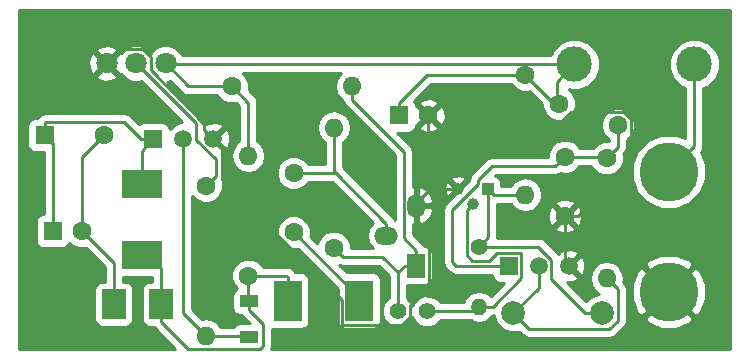
<source format=gbr>
G04 #@! TF.FileFunction,Copper,L1,Top,Signal*
%FSLAX46Y46*%
G04 Gerber Fmt 4.6, Leading zero omitted, Abs format (unit mm)*
G04 Created by KiCad (PCBNEW 4.0.5) date 06/13/17 11:48:23*
%MOMM*%
%LPD*%
G01*
G04 APERTURE LIST*
%ADD10C,0.100000*%
%ADD11C,1.000000*%
%ADD12R,1.000000X1.000000*%
%ADD13R,3.500120X2.349500*%
%ADD14C,1.600000*%
%ADD15O,1.600000X1.600000*%
%ADD16R,1.600000X1.600000*%
%ADD17C,5.001260*%
%ADD18R,2.000000X2.500000*%
%ADD19R,1.600000X1.000000*%
%ADD20C,1.400000*%
%ADD21C,2.000000*%
%ADD22R,2.349500X3.500120*%
%ADD23C,2.999740*%
%ADD24C,1.800000*%
%ADD25O,2.000000X1.500000*%
%ADD26R,1.500000X2.000000*%
%ADD27O,1.500000X2.000000*%
%ADD28C,1.520000*%
%ADD29R,1.520000X1.520000*%
%ADD30O,1.400000X1.400000*%
%ADD31C,0.250000*%
%ADD32C,0.254000*%
G04 APERTURE END LIST*
D10*
D11*
X119689880Y-106359960D03*
X118419880Y-105089960D03*
D12*
X120959880Y-105089960D03*
D13*
X91638120Y-104665780D03*
X91638120Y-110716060D03*
D14*
X97109280Y-104825800D03*
D15*
X97109280Y-117525800D03*
D16*
X83427560Y-100563680D03*
D14*
X88427560Y-100563680D03*
D16*
X84119080Y-108691680D03*
D14*
X86619080Y-108691680D03*
X127487680Y-102372160D03*
X127487680Y-107372160D03*
D17*
X136281160Y-103642160D03*
X136281160Y-113802160D03*
D18*
X93294200Y-114863880D03*
X89294200Y-114863880D03*
D19*
X100771960Y-117622320D03*
X100771960Y-114622320D03*
D14*
X104526080Y-103757720D03*
X104526080Y-108757720D03*
D20*
X115829720Y-115458240D03*
X113329720Y-115458240D03*
D21*
X123116960Y-115610640D03*
X130616960Y-115610640D03*
D16*
X113431320Y-98882200D03*
D14*
X115931320Y-98882200D03*
X126989840Y-97881440D03*
X131989840Y-99681440D03*
D22*
X110075980Y-114559080D03*
X104025700Y-114559080D03*
D14*
X100675440Y-112445800D03*
D15*
X100675440Y-102285800D03*
D14*
X107924600Y-110063280D03*
D15*
X107924600Y-99903280D03*
D14*
X99288600Y-96418400D03*
D15*
X109448600Y-96418400D03*
D14*
X124129800Y-95432880D03*
D15*
X124129800Y-105592880D03*
D14*
X131023360Y-102509320D03*
D15*
X131023360Y-112669320D03*
D23*
X138440160Y-94554040D03*
X128280160Y-94554040D03*
D24*
X88675200Y-94477840D03*
X91175200Y-94477840D03*
X93675200Y-94477840D03*
D25*
X112374680Y-109047280D03*
D26*
X114914680Y-111587280D03*
D27*
X114914680Y-106507280D03*
D28*
X125262640Y-111617760D03*
X127802640Y-111617760D03*
D29*
X122722640Y-111617760D03*
D28*
X95168720Y-100863400D03*
X97708720Y-100863400D03*
D29*
X92628720Y-100863400D03*
D20*
X120187720Y-109987080D03*
D30*
X120187720Y-115067080D03*
D31*
X138440160Y-94554040D02*
X138440160Y-101483160D01*
X138440160Y-101483160D02*
X136281160Y-103642160D01*
X118419880Y-105089960D02*
X119244881Y-104264959D01*
X127979843Y-98556439D02*
X132529841Y-98556439D01*
X133114841Y-99141439D02*
X133114841Y-102876369D01*
X119244881Y-104264959D02*
X119244881Y-102700319D01*
X119244881Y-102700319D02*
X119710200Y-102235000D01*
X119710200Y-102235000D02*
X124301282Y-102235000D01*
X124301282Y-102235000D02*
X127979843Y-98556439D01*
X132529841Y-98556439D02*
X133114841Y-99141439D01*
X133114841Y-102876369D02*
X128619050Y-107372160D01*
X128619050Y-107372160D02*
X127487680Y-107372160D01*
X114914680Y-106507280D02*
X114914680Y-107757280D01*
X115989681Y-108832281D02*
X115989681Y-113331279D01*
X114914680Y-107757280D02*
X115989681Y-108832281D01*
X115989681Y-113331279D02*
X114354721Y-114966239D01*
X114354721Y-114966239D02*
X114354721Y-115950241D01*
X114354721Y-115950241D02*
X113670821Y-116634141D01*
X98468719Y-104365361D02*
X98468719Y-101623399D01*
X113670821Y-116634141D02*
X108641229Y-116634141D01*
X108641229Y-116634141D02*
X108576229Y-116569141D01*
X108576229Y-116569141D02*
X108576229Y-114472871D01*
X108576229Y-114472871D02*
X98468719Y-104365361D01*
X98468719Y-101623399D02*
X97708720Y-100863400D01*
X127487680Y-107372160D02*
X127487680Y-111302800D01*
X127487680Y-111302800D02*
X127802640Y-111617760D01*
X136281160Y-113802160D02*
X133336761Y-110857761D01*
X133336761Y-110857761D02*
X128562639Y-110857761D01*
X128562639Y-110857761D02*
X127802640Y-111617760D01*
X115931320Y-98882200D02*
X115931320Y-104939280D01*
X115931320Y-104939280D02*
X116082000Y-105089960D01*
X114914680Y-106507280D02*
X114914680Y-106257280D01*
X114914680Y-106257280D02*
X116082000Y-105089960D01*
X117712774Y-105089960D02*
X118419880Y-105089960D01*
X116082000Y-105089960D02*
X117712774Y-105089960D01*
X88675200Y-94477840D02*
X89900201Y-93252839D01*
X96948721Y-100103401D02*
X97708720Y-100863400D01*
X89900201Y-93252839D02*
X91763201Y-93252839D01*
X91763201Y-93252839D02*
X92400201Y-93889839D01*
X92400201Y-93889839D02*
X92400201Y-95066431D01*
X92400201Y-95066431D02*
X96948721Y-99614951D01*
X96948721Y-99614951D02*
X96948721Y-100103401D01*
X93294200Y-114863880D02*
X93294200Y-116363880D01*
X93294200Y-116363880D02*
X95581121Y-118650801D01*
X95581121Y-118650801D02*
X101628481Y-118650801D01*
X101628481Y-118650801D02*
X101896961Y-118382321D01*
X100771960Y-115372320D02*
X100771960Y-114622320D01*
X101896961Y-118382321D02*
X101896961Y-116497321D01*
X101896961Y-116497321D02*
X100771960Y-115372320D01*
X100675440Y-112445800D02*
X100675440Y-114525800D01*
X100675440Y-114525800D02*
X100771960Y-114622320D01*
X104025700Y-114559080D02*
X104025700Y-112559020D01*
X104025700Y-112559020D02*
X103912480Y-112445800D01*
X103912480Y-112445800D02*
X101806810Y-112445800D01*
X101806810Y-112445800D02*
X100675440Y-112445800D01*
X91638120Y-110716060D02*
X92213430Y-110716060D01*
X92213430Y-110716060D02*
X93294200Y-111796830D01*
X93294200Y-111796830D02*
X93294200Y-113363880D01*
X93294200Y-113363880D02*
X93294200Y-114863880D01*
X88427560Y-100563680D02*
X86619080Y-102372160D01*
X86619080Y-102372160D02*
X86619080Y-108691680D01*
X89294200Y-114863880D02*
X89294200Y-111366800D01*
X89294200Y-111366800D02*
X86619080Y-108691680D01*
X97109280Y-117525800D02*
X95168720Y-115585240D01*
X95168720Y-115585240D02*
X95168720Y-100863400D01*
X97109280Y-117525800D02*
X100675440Y-117525800D01*
X100675440Y-117525800D02*
X100771960Y-117622320D01*
X107924600Y-99903280D02*
X107924600Y-103597200D01*
X107924600Y-103597200D02*
X108085120Y-103757720D01*
X104526080Y-103757720D02*
X108085120Y-103757720D01*
X108085120Y-103757720D02*
X112374680Y-108047280D01*
X112374680Y-108047280D02*
X112374680Y-109047280D01*
X104526080Y-108757720D02*
X110075980Y-114307620D01*
X110075980Y-114307620D02*
X110075980Y-114559080D01*
X119689880Y-106359960D02*
X119162719Y-106887121D01*
X119162719Y-110734999D02*
X119595470Y-111167750D01*
X119162719Y-106887121D02*
X119162719Y-110734999D01*
X121702639Y-110532759D02*
X123742641Y-110532759D01*
X119595470Y-111167750D02*
X121067648Y-111167750D01*
X121378322Y-115067080D02*
X121177669Y-115067080D01*
X121067648Y-111167750D02*
X121702639Y-110532759D01*
X123742641Y-110532759D02*
X123807641Y-110597759D01*
X123807641Y-110597759D02*
X123807641Y-112637761D01*
X123807641Y-112637761D02*
X121378322Y-115067080D01*
X121177669Y-115067080D02*
X120187720Y-115067080D01*
X115829720Y-115458240D02*
X119796560Y-115458240D01*
X119796560Y-115458240D02*
X120187720Y-115067080D01*
X107924600Y-110063280D02*
X108724599Y-110863279D01*
X112020759Y-110863279D02*
X113329720Y-112172240D01*
X108724599Y-110863279D02*
X112020759Y-110863279D01*
X114914680Y-111587280D02*
X114914680Y-110337280D01*
X114914680Y-110337280D02*
X113839670Y-109262270D01*
X113839670Y-109262270D02*
X113839670Y-101940840D01*
X113839670Y-101940840D02*
X109448600Y-97549770D01*
X109448600Y-97549770D02*
X109448600Y-96418400D01*
X113329720Y-115458240D02*
X113329720Y-112172240D01*
X113914680Y-111587280D02*
X114914680Y-111587280D01*
X113329720Y-112172240D02*
X113914680Y-111587280D01*
X131023360Y-112669320D02*
X131941961Y-113587921D01*
X131941961Y-113587921D02*
X131941961Y-116246641D01*
X131252961Y-116935641D02*
X124441961Y-116935641D01*
X131941961Y-116246641D02*
X131252961Y-116935641D01*
X124441961Y-116935641D02*
X124116959Y-116610639D01*
X124116959Y-116610639D02*
X123116960Y-115610640D01*
X123116960Y-115610640D02*
X125262640Y-113464960D01*
X125262640Y-113464960D02*
X125262640Y-111617760D01*
X120187720Y-109987080D02*
X120964890Y-109209910D01*
X120964890Y-109209910D02*
X120964890Y-105844970D01*
X120964890Y-105844970D02*
X120959880Y-105839960D01*
X120959880Y-105839960D02*
X120959880Y-105089960D01*
X124129800Y-105592880D02*
X121462800Y-105592880D01*
X121462800Y-105592880D02*
X120959880Y-105089960D01*
X130616960Y-115610640D02*
X129202747Y-115610640D01*
X129202747Y-115610640D02*
X126347641Y-112755534D01*
X126347641Y-112755534D02*
X126347641Y-111096959D01*
X126347641Y-111096959D02*
X125237762Y-109987080D01*
X125237762Y-109987080D02*
X121177669Y-109987080D01*
X121177669Y-109987080D02*
X120187720Y-109987080D01*
X117911880Y-111282480D02*
X117911880Y-106916958D01*
X120134879Y-104329959D02*
X121292679Y-103172159D01*
X117911880Y-106916958D02*
X120134879Y-104693959D01*
X120134879Y-104693959D02*
X120134879Y-104329959D01*
X121292679Y-103172159D02*
X126687681Y-103172159D01*
X126687681Y-103172159D02*
X127487680Y-102372160D01*
X118252240Y-111622840D02*
X117911880Y-111282480D01*
X120296318Y-111622840D02*
X118252240Y-111622840D01*
X122722640Y-111617760D02*
X120301398Y-111617760D01*
X120301398Y-111617760D02*
X120296318Y-111622840D01*
X127487680Y-102372160D02*
X130886200Y-102372160D01*
X130886200Y-102372160D02*
X131023360Y-102509320D01*
X131989840Y-99681440D02*
X131989840Y-101542840D01*
X131989840Y-101542840D02*
X131023360Y-102509320D01*
X128280160Y-94554040D02*
X93751400Y-94554040D01*
X93751400Y-94554040D02*
X93675200Y-94477840D01*
X128280160Y-94554040D02*
X126780291Y-96053909D01*
X126780291Y-96053909D02*
X126780291Y-97671891D01*
X126780291Y-97671891D02*
X126989840Y-97881440D01*
X124129800Y-95432880D02*
X126578360Y-97881440D01*
X126578360Y-97881440D02*
X126989840Y-97881440D01*
X113431320Y-98882200D02*
X113431320Y-97832200D01*
X113431320Y-97832200D02*
X115830640Y-95432880D01*
X115830640Y-95432880D02*
X122998430Y-95432880D01*
X122998430Y-95432880D02*
X124129800Y-95432880D01*
X99288600Y-96418400D02*
X100675440Y-97805240D01*
X100675440Y-97805240D02*
X100675440Y-102285800D01*
X93675200Y-94477840D02*
X95615760Y-96418400D01*
X95615760Y-96418400D02*
X99288600Y-96418400D01*
X83427560Y-100563680D02*
X83427560Y-99513680D01*
X83427560Y-99513680D02*
X83502561Y-99438679D01*
X91618720Y-100863400D02*
X92628720Y-100863400D01*
X83502561Y-99438679D02*
X90193999Y-99438679D01*
X90193999Y-99438679D02*
X91618720Y-100863400D01*
X84119080Y-108691680D02*
X84119080Y-101255200D01*
X84119080Y-101255200D02*
X83427560Y-100563680D01*
X91638120Y-104665780D02*
X91638120Y-101854000D01*
X91638120Y-101854000D02*
X92628720Y-100863400D01*
X97109280Y-104825800D02*
X97909279Y-104025801D01*
X97909279Y-104025801D02*
X97909279Y-102603199D01*
X97909279Y-102603199D02*
X96253721Y-100947641D01*
X96253721Y-100947641D02*
X96253721Y-99556361D01*
X96253721Y-99556361D02*
X92075199Y-95377839D01*
X92075199Y-95377839D02*
X91175200Y-94477840D01*
D32*
G36*
X141433480Y-118624280D02*
X102608832Y-118624280D01*
X102656961Y-118382321D01*
X102656961Y-116917296D01*
X102850950Y-116956580D01*
X105200450Y-116956580D01*
X105435767Y-116912302D01*
X105651891Y-116773230D01*
X105796881Y-116561030D01*
X105847890Y-116309140D01*
X105847890Y-112809020D01*
X105803612Y-112573703D01*
X105664540Y-112357579D01*
X105452340Y-112212589D01*
X105200450Y-112161580D01*
X104656620Y-112161580D01*
X104563101Y-112021619D01*
X104449881Y-111908399D01*
X104203319Y-111743652D01*
X103912480Y-111685800D01*
X101914086Y-111685800D01*
X101892683Y-111634000D01*
X101489363Y-111229976D01*
X100962131Y-111011050D01*
X100391253Y-111010552D01*
X99863640Y-111228557D01*
X99459616Y-111631877D01*
X99240690Y-112159109D01*
X99240192Y-112729987D01*
X99458197Y-113257600D01*
X99726083Y-113525953D01*
X99520519Y-113658230D01*
X99375529Y-113870430D01*
X99324520Y-114122320D01*
X99324520Y-115122320D01*
X99368798Y-115357637D01*
X99507870Y-115573761D01*
X99720070Y-115718751D01*
X99971960Y-115769760D01*
X100141040Y-115769760D01*
X100234559Y-115909721D01*
X100799718Y-116474880D01*
X99971960Y-116474880D01*
X99736643Y-116519158D01*
X99520519Y-116658230D01*
X99447020Y-116765800D01*
X98312947Y-116765800D01*
X98123978Y-116482989D01*
X97658431Y-116171920D01*
X97109280Y-116062687D01*
X96785394Y-116127112D01*
X95928720Y-115270438D01*
X95928720Y-105674347D01*
X96295357Y-106041624D01*
X96822589Y-106260550D01*
X97393467Y-106261048D01*
X97921080Y-106043043D01*
X98325104Y-105639723D01*
X98544030Y-105112491D01*
X98544528Y-104541613D01*
X98512652Y-104464468D01*
X98611427Y-104316641D01*
X98638694Y-104179561D01*
X98669279Y-104025801D01*
X98669279Y-102603199D01*
X98611427Y-102312360D01*
X98446680Y-102065798D01*
X98444525Y-102063643D01*
X98507879Y-101842164D01*
X97708720Y-101043005D01*
X97694578Y-101057148D01*
X97514973Y-100877543D01*
X97529115Y-100863400D01*
X97888325Y-100863400D01*
X98687484Y-101662559D01*
X98929462Y-101593341D01*
X99115875Y-101070620D01*
X99088061Y-100516351D01*
X98929462Y-100133459D01*
X98687484Y-100064241D01*
X97888325Y-100863400D01*
X97529115Y-100863400D01*
X97514973Y-100849258D01*
X97694578Y-100669653D01*
X97708720Y-100683795D01*
X98507879Y-99884636D01*
X98438661Y-99642658D01*
X97915940Y-99456245D01*
X97361671Y-99484059D01*
X97013721Y-99628185D01*
X97013721Y-99556361D01*
X96955869Y-99265522D01*
X96791122Y-99018960D01*
X93785098Y-96012936D01*
X93979191Y-96013105D01*
X94089913Y-95967355D01*
X95078359Y-96955801D01*
X95324920Y-97120548D01*
X95615760Y-97178400D01*
X98049954Y-97178400D01*
X98071357Y-97230200D01*
X98474677Y-97634224D01*
X99001909Y-97853150D01*
X99572787Y-97853648D01*
X99626749Y-97831351D01*
X99915440Y-98120042D01*
X99915440Y-101072805D01*
X99660742Y-101242989D01*
X99349673Y-101708536D01*
X99240440Y-102257687D01*
X99240440Y-102313913D01*
X99349673Y-102863064D01*
X99660742Y-103328611D01*
X100126289Y-103639680D01*
X100675440Y-103748913D01*
X101224591Y-103639680D01*
X101690138Y-103328611D01*
X102001207Y-102863064D01*
X102110440Y-102313913D01*
X102110440Y-102257687D01*
X102001207Y-101708536D01*
X101690138Y-101242989D01*
X101435440Y-101072805D01*
X101435440Y-97805240D01*
X101377588Y-97514401D01*
X101212841Y-97267839D01*
X100701856Y-96756854D01*
X100723350Y-96705091D01*
X100723848Y-96134213D01*
X100505843Y-95606600D01*
X100213793Y-95314040D01*
X108539977Y-95314040D01*
X108405789Y-95403702D01*
X108094720Y-95869249D01*
X107985487Y-96418400D01*
X108094720Y-96967551D01*
X108405789Y-97433098D01*
X108705185Y-97633148D01*
X108746452Y-97840609D01*
X108911199Y-98087171D01*
X113079670Y-102255642D01*
X113079670Y-107746412D01*
X113068664Y-107744222D01*
X112912081Y-107509879D01*
X108684600Y-103282398D01*
X108684600Y-101116275D01*
X108939298Y-100946091D01*
X109250367Y-100480544D01*
X109359600Y-99931393D01*
X109359600Y-99875167D01*
X109250367Y-99326016D01*
X108939298Y-98860469D01*
X108473751Y-98549400D01*
X107924600Y-98440167D01*
X107375449Y-98549400D01*
X106909902Y-98860469D01*
X106598833Y-99326016D01*
X106489600Y-99875167D01*
X106489600Y-99931393D01*
X106598833Y-100480544D01*
X106909902Y-100946091D01*
X107164600Y-101116275D01*
X107164600Y-102997720D01*
X105764726Y-102997720D01*
X105743323Y-102945920D01*
X105340003Y-102541896D01*
X104812771Y-102322970D01*
X104241893Y-102322472D01*
X103714280Y-102540477D01*
X103310256Y-102943797D01*
X103091330Y-103471029D01*
X103090832Y-104041907D01*
X103308837Y-104569520D01*
X103712157Y-104973544D01*
X104239389Y-105192470D01*
X104810267Y-105192968D01*
X105337880Y-104974963D01*
X105741904Y-104571643D01*
X105764295Y-104517720D01*
X107770318Y-104517720D01*
X111237530Y-107984932D01*
X111113305Y-108067937D01*
X110813075Y-108517263D01*
X110707648Y-109047280D01*
X110813075Y-109577297D01*
X111113305Y-110026623D01*
X111228029Y-110103279D01*
X109359565Y-110103279D01*
X109359848Y-109779093D01*
X109141843Y-109251480D01*
X108738523Y-108847456D01*
X108211291Y-108628530D01*
X107640413Y-108628032D01*
X107112800Y-108846037D01*
X106708776Y-109249357D01*
X106527964Y-109684802D01*
X105939336Y-109096174D01*
X105960830Y-109044411D01*
X105961328Y-108473533D01*
X105743323Y-107945920D01*
X105340003Y-107541896D01*
X104812771Y-107322970D01*
X104241893Y-107322472D01*
X103714280Y-107540477D01*
X103310256Y-107943797D01*
X103091330Y-108471029D01*
X103090832Y-109041907D01*
X103308837Y-109569520D01*
X103712157Y-109973544D01*
X104239389Y-110192470D01*
X104810267Y-110192968D01*
X104864229Y-110170671D01*
X108253790Y-113560232D01*
X108253790Y-116309140D01*
X108298068Y-116544457D01*
X108437140Y-116760581D01*
X108649340Y-116905571D01*
X108901230Y-116956580D01*
X111250730Y-116956580D01*
X111486047Y-116912302D01*
X111702171Y-116773230D01*
X111847161Y-116561030D01*
X111898170Y-116309140D01*
X111898170Y-112809020D01*
X111853892Y-112573703D01*
X111714820Y-112357579D01*
X111502620Y-112212589D01*
X111250730Y-112161580D01*
X109004742Y-112161580D01*
X108357905Y-111514743D01*
X108433759Y-111565427D01*
X108473435Y-111573319D01*
X108724599Y-111623279D01*
X111705957Y-111623279D01*
X112569720Y-112487042D01*
X112569720Y-114330585D01*
X112198622Y-114701036D01*
X111994952Y-115191527D01*
X111994489Y-115722623D01*
X112197302Y-116213469D01*
X112572516Y-116589338D01*
X113063007Y-116793008D01*
X113594103Y-116793471D01*
X114084949Y-116590658D01*
X114460818Y-116215444D01*
X114579761Y-115928998D01*
X114697302Y-116213469D01*
X115072516Y-116589338D01*
X115563007Y-116793008D01*
X116094103Y-116793471D01*
X116584949Y-116590658D01*
X116958017Y-116218240D01*
X119514646Y-116218240D01*
X119676838Y-116326613D01*
X120187720Y-116428234D01*
X120698602Y-116326613D01*
X121131708Y-116037222D01*
X121272120Y-115827080D01*
X121378322Y-115827080D01*
X121481788Y-115806499D01*
X121481676Y-115934435D01*
X121730066Y-116535583D01*
X122189597Y-116995918D01*
X122790312Y-117245356D01*
X123440755Y-117245924D01*
X123608239Y-117176721D01*
X123904560Y-117473042D01*
X124151121Y-117637789D01*
X124441961Y-117695641D01*
X131252961Y-117695641D01*
X131543800Y-117637789D01*
X131790362Y-117473042D01*
X132479362Y-116784042D01*
X132644109Y-116537480D01*
X132701961Y-116246641D01*
X132701961Y-116038496D01*
X134224430Y-116038496D01*
X134506202Y-116461244D01*
X135658901Y-116938080D01*
X136906332Y-116937500D01*
X138056118Y-116461244D01*
X138337890Y-116038496D01*
X136281160Y-113981765D01*
X134224430Y-116038496D01*
X132701961Y-116038496D01*
X132701961Y-113587921D01*
X132644109Y-113297082D01*
X132565812Y-113179901D01*
X133145240Y-113179901D01*
X133145820Y-114427332D01*
X133622076Y-115577118D01*
X134044824Y-115858890D01*
X136101555Y-113802160D01*
X136460765Y-113802160D01*
X138517496Y-115858890D01*
X138940244Y-115577118D01*
X139417080Y-114424419D01*
X139416500Y-113176988D01*
X138940244Y-112027202D01*
X138517496Y-111745430D01*
X136460765Y-113802160D01*
X136101555Y-113802160D01*
X134044824Y-111745430D01*
X133622076Y-112027202D01*
X133145240Y-113179901D01*
X132565812Y-113179901D01*
X132479362Y-113050520D01*
X132403264Y-112974422D01*
X132458360Y-112697433D01*
X132458360Y-112641207D01*
X132349127Y-112092056D01*
X132038058Y-111626509D01*
X131947237Y-111565824D01*
X134224430Y-111565824D01*
X136281160Y-113622555D01*
X138337890Y-111565824D01*
X138056118Y-111143076D01*
X136903419Y-110666240D01*
X135655988Y-110666820D01*
X134506202Y-111143076D01*
X134224430Y-111565824D01*
X131947237Y-111565824D01*
X131572511Y-111315440D01*
X131023360Y-111206207D01*
X130474209Y-111315440D01*
X130008662Y-111626509D01*
X129697593Y-112092056D01*
X129588360Y-112641207D01*
X129588360Y-112697433D01*
X129697593Y-113246584D01*
X130008662Y-113712131D01*
X130402749Y-113975452D01*
X130293165Y-113975356D01*
X129692017Y-114223746D01*
X129290986Y-114624077D01*
X127687217Y-113020308D01*
X128149689Y-112997101D01*
X128532581Y-112838502D01*
X128601799Y-112596524D01*
X127802640Y-111797365D01*
X127788498Y-111811508D01*
X127608893Y-111631903D01*
X127623035Y-111617760D01*
X127982245Y-111617760D01*
X128781404Y-112416919D01*
X129023382Y-112347701D01*
X129209795Y-111824980D01*
X129181981Y-111270711D01*
X129023382Y-110887819D01*
X128781404Y-110818601D01*
X127982245Y-111617760D01*
X127623035Y-111617760D01*
X127608893Y-111603618D01*
X127788498Y-111424013D01*
X127802640Y-111438155D01*
X128601799Y-110638996D01*
X128532581Y-110397018D01*
X128009860Y-110210605D01*
X127455591Y-110238419D01*
X127072699Y-110397018D01*
X127003482Y-110638994D01*
X126888464Y-110523976D01*
X126868962Y-110543478D01*
X125775163Y-109449679D01*
X125528601Y-109284932D01*
X125237762Y-109227080D01*
X121721475Y-109227080D01*
X121724890Y-109209910D01*
X121724890Y-108379905D01*
X126659541Y-108379905D01*
X126733675Y-108626024D01*
X127270903Y-108819125D01*
X127841134Y-108791938D01*
X128241685Y-108626024D01*
X128315819Y-108379905D01*
X127487680Y-107551765D01*
X126659541Y-108379905D01*
X121724890Y-108379905D01*
X121724890Y-107155383D01*
X126040715Y-107155383D01*
X126067902Y-107725614D01*
X126233816Y-108126165D01*
X126479935Y-108200299D01*
X127308075Y-107372160D01*
X127667285Y-107372160D01*
X128495425Y-108200299D01*
X128741544Y-108126165D01*
X128934645Y-107588937D01*
X128907458Y-107018706D01*
X128741544Y-106618155D01*
X128495425Y-106544021D01*
X127667285Y-107372160D01*
X127308075Y-107372160D01*
X126479935Y-106544021D01*
X126233816Y-106618155D01*
X126040715Y-107155383D01*
X121724890Y-107155383D01*
X121724890Y-106352880D01*
X122926133Y-106352880D01*
X123115102Y-106635691D01*
X123580649Y-106946760D01*
X124129800Y-107055993D01*
X124678951Y-106946760D01*
X125144498Y-106635691D01*
X125325759Y-106364415D01*
X126659541Y-106364415D01*
X127487680Y-107192555D01*
X128315819Y-106364415D01*
X128241685Y-106118296D01*
X127704457Y-105925195D01*
X127134226Y-105952382D01*
X126733675Y-106118296D01*
X126659541Y-106364415D01*
X125325759Y-106364415D01*
X125455567Y-106170144D01*
X125564800Y-105620993D01*
X125564800Y-105564767D01*
X125455567Y-105015616D01*
X125144498Y-104550069D01*
X124715078Y-104263139D01*
X133144987Y-104263139D01*
X133621352Y-105416031D01*
X134502649Y-106298868D01*
X135654708Y-106777245D01*
X136902139Y-106778333D01*
X138055031Y-106301968D01*
X138937868Y-105420671D01*
X139416245Y-104268612D01*
X139417333Y-103021181D01*
X138993827Y-101996217D01*
X139142308Y-101773999D01*
X139200160Y-101483160D01*
X139200160Y-96549947D01*
X139647887Y-96364950D01*
X140248960Y-95764926D01*
X140574659Y-94980555D01*
X140575400Y-94131251D01*
X140251070Y-93346313D01*
X139651046Y-92745240D01*
X138866675Y-92419541D01*
X138017371Y-92418800D01*
X137232433Y-92743130D01*
X136631360Y-93343154D01*
X136305661Y-94127525D01*
X136304920Y-94976829D01*
X136629250Y-95761767D01*
X137229274Y-96362840D01*
X137680160Y-96550064D01*
X137680160Y-100827865D01*
X136907612Y-100507075D01*
X135660181Y-100505987D01*
X134507289Y-100982352D01*
X133624452Y-101863649D01*
X133146075Y-103015708D01*
X133144987Y-104263139D01*
X124715078Y-104263139D01*
X124678951Y-104239000D01*
X124129800Y-104129767D01*
X123580649Y-104239000D01*
X123115102Y-104550069D01*
X122926133Y-104832880D01*
X122107320Y-104832880D01*
X122107320Y-104589960D01*
X122063042Y-104354643D01*
X121923970Y-104138519D01*
X121711770Y-103993529D01*
X121574008Y-103965632D01*
X121607481Y-103932159D01*
X126687681Y-103932159D01*
X126978520Y-103874307D01*
X127125993Y-103775769D01*
X127200989Y-103806910D01*
X127771867Y-103807408D01*
X128299480Y-103589403D01*
X128703504Y-103186083D01*
X128725895Y-103132160D01*
X129728040Y-103132160D01*
X129806117Y-103321120D01*
X130209437Y-103725144D01*
X130736669Y-103944070D01*
X131307547Y-103944568D01*
X131835160Y-103726563D01*
X132239184Y-103323243D01*
X132458110Y-102796011D01*
X132458608Y-102225133D01*
X132436311Y-102171171D01*
X132527241Y-102080241D01*
X132691988Y-101833679D01*
X132749840Y-101542840D01*
X132749840Y-100920086D01*
X132801640Y-100898683D01*
X133205664Y-100495363D01*
X133424590Y-99968131D01*
X133425088Y-99397253D01*
X133207083Y-98869640D01*
X132803763Y-98465616D01*
X132276531Y-98246690D01*
X131705653Y-98246192D01*
X131178040Y-98464197D01*
X130774016Y-98867517D01*
X130555090Y-99394749D01*
X130554592Y-99965627D01*
X130772597Y-100493240D01*
X131175917Y-100897264D01*
X131229840Y-100919655D01*
X131229840Y-101074500D01*
X130739173Y-101074072D01*
X130211560Y-101292077D01*
X129890918Y-101612160D01*
X128726326Y-101612160D01*
X128704923Y-101560360D01*
X128301603Y-101156336D01*
X127774371Y-100937410D01*
X127203493Y-100936912D01*
X126675880Y-101154917D01*
X126271856Y-101558237D01*
X126052930Y-102085469D01*
X126052645Y-102412159D01*
X121292679Y-102412159D01*
X121050093Y-102460413D01*
X121001839Y-102470011D01*
X120755278Y-102634758D01*
X119597478Y-103792558D01*
X119432731Y-104039120D01*
X119374879Y-104329959D01*
X119374879Y-104379157D01*
X119265064Y-104488972D01*
X119209984Y-104479461D01*
X118599485Y-105089960D01*
X118613628Y-105104103D01*
X118434023Y-105283708D01*
X118419880Y-105269565D01*
X117809381Y-105880064D01*
X117818892Y-105935144D01*
X117374479Y-106379557D01*
X117209732Y-106626119D01*
X117151880Y-106916958D01*
X117151880Y-111282480D01*
X117209732Y-111573319D01*
X117374479Y-111819881D01*
X117714839Y-112160241D01*
X117961401Y-112324988D01*
X118252240Y-112382840D01*
X120296318Y-112382840D01*
X120321857Y-112377760D01*
X121315200Y-112377760D01*
X121359478Y-112613077D01*
X121498550Y-112829201D01*
X121710750Y-112974191D01*
X121962640Y-113025200D01*
X122345400Y-113025200D01*
X121188567Y-114182033D01*
X121131708Y-114096938D01*
X120698602Y-113807547D01*
X120187720Y-113705926D01*
X119676838Y-113807547D01*
X119243732Y-114096938D01*
X118954341Y-114530044D01*
X118920885Y-114698240D01*
X116957375Y-114698240D01*
X116586924Y-114327142D01*
X116096433Y-114123472D01*
X115565337Y-114123009D01*
X115074491Y-114325822D01*
X114698622Y-114701036D01*
X114579679Y-114987482D01*
X114462138Y-114703011D01*
X114089720Y-114329943D01*
X114089720Y-113219540D01*
X114164680Y-113234720D01*
X115664680Y-113234720D01*
X115899997Y-113190442D01*
X116116121Y-113051370D01*
X116261111Y-112839170D01*
X116312120Y-112587280D01*
X116312120Y-110587280D01*
X116267842Y-110351963D01*
X116128770Y-110135839D01*
X115916570Y-109990849D01*
X115664680Y-109939840D01*
X115545600Y-109939840D01*
X115452081Y-109799879D01*
X114599670Y-108947468D01*
X114599670Y-108084608D01*
X114787680Y-107976936D01*
X114787680Y-106634280D01*
X115041680Y-106634280D01*
X115041680Y-107976936D01*
X115255865Y-108099598D01*
X115358915Y-108080761D01*
X115831574Y-107810016D01*
X116164644Y-107379001D01*
X116307419Y-106853335D01*
X116146548Y-106634280D01*
X115041680Y-106634280D01*
X114787680Y-106634280D01*
X114767680Y-106634280D01*
X114767680Y-106380280D01*
X114787680Y-106380280D01*
X114787680Y-105037624D01*
X115041680Y-105037624D01*
X115041680Y-106380280D01*
X116146548Y-106380280D01*
X116307419Y-106161225D01*
X116164644Y-105635559D01*
X115831574Y-105204544D01*
X115378351Y-104944932D01*
X117271768Y-104944932D01*
X117303663Y-105395335D01*
X117414663Y-105663312D01*
X117629776Y-105700459D01*
X118240275Y-105089960D01*
X117629776Y-104479461D01*
X117414663Y-104516608D01*
X117271768Y-104944932D01*
X115378351Y-104944932D01*
X115358915Y-104933799D01*
X115255865Y-104914962D01*
X115041680Y-105037624D01*
X114787680Y-105037624D01*
X114599670Y-104929952D01*
X114599670Y-104299856D01*
X117809381Y-104299856D01*
X118419880Y-104910355D01*
X119030379Y-104299856D01*
X118993232Y-104084743D01*
X118564908Y-103941848D01*
X118114505Y-103973743D01*
X117846528Y-104084743D01*
X117809381Y-104299856D01*
X114599670Y-104299856D01*
X114599670Y-101940840D01*
X114541818Y-101650001D01*
X114377071Y-101403439D01*
X113303272Y-100329640D01*
X114231320Y-100329640D01*
X114466637Y-100285362D01*
X114682761Y-100146290D01*
X114827751Y-99934090D01*
X114836690Y-99889945D01*
X115103181Y-99889945D01*
X115177315Y-100136064D01*
X115714543Y-100329165D01*
X116284774Y-100301978D01*
X116685325Y-100136064D01*
X116759459Y-99889945D01*
X115931320Y-99061805D01*
X115103181Y-99889945D01*
X114836690Y-99889945D01*
X114875966Y-99695999D01*
X114923575Y-99710339D01*
X115751715Y-98882200D01*
X116110925Y-98882200D01*
X116939065Y-99710339D01*
X117185184Y-99636205D01*
X117378285Y-99098977D01*
X117351098Y-98528746D01*
X117185184Y-98128195D01*
X116939065Y-98054061D01*
X116110925Y-98882200D01*
X115751715Y-98882200D01*
X114923575Y-98054061D01*
X114876153Y-98068345D01*
X114839671Y-97874455D01*
X115103181Y-97874455D01*
X115931320Y-98702595D01*
X116759459Y-97874455D01*
X116685325Y-97628336D01*
X116148097Y-97435235D01*
X115577866Y-97462422D01*
X115177315Y-97628336D01*
X115103181Y-97874455D01*
X114839671Y-97874455D01*
X114834482Y-97846883D01*
X114700168Y-97638154D01*
X116145442Y-96192880D01*
X122891154Y-96192880D01*
X122912557Y-96244680D01*
X123315877Y-96648704D01*
X123843109Y-96867630D01*
X124413987Y-96868128D01*
X124467949Y-96845831D01*
X125554795Y-97932677D01*
X125554592Y-98165627D01*
X125772597Y-98693240D01*
X126175917Y-99097264D01*
X126703149Y-99316190D01*
X127274027Y-99316688D01*
X127801640Y-99098683D01*
X128205664Y-98695363D01*
X128424590Y-98168131D01*
X128425088Y-97597253D01*
X128207083Y-97069640D01*
X127807531Y-96669391D01*
X127853645Y-96688539D01*
X128702949Y-96689280D01*
X129487887Y-96364950D01*
X130088960Y-95764926D01*
X130414659Y-94980555D01*
X130415400Y-94131251D01*
X130091070Y-93346313D01*
X129491046Y-92745240D01*
X128706675Y-92419541D01*
X127857371Y-92418800D01*
X127072433Y-92743130D01*
X126471360Y-93343154D01*
X126284136Y-93794040D01*
X95053531Y-93794040D01*
X94977268Y-93609469D01*
X94545843Y-93177289D01*
X93981870Y-92943107D01*
X93371209Y-92942575D01*
X92806829Y-93175772D01*
X92424912Y-93557022D01*
X92045843Y-93177289D01*
X91481870Y-92943107D01*
X90871209Y-92942575D01*
X90306829Y-93175772D01*
X89874649Y-93607197D01*
X89870906Y-93616212D01*
X89755359Y-93577286D01*
X88854805Y-94477840D01*
X89755359Y-95378394D01*
X89870414Y-95339633D01*
X89873132Y-95346211D01*
X90304557Y-95778391D01*
X90868530Y-96012573D01*
X91479191Y-96013105D01*
X91589913Y-95967355D01*
X95090889Y-99468331D01*
X94892455Y-99468158D01*
X94379548Y-99680087D01*
X94023404Y-100035610D01*
X93991882Y-99868083D01*
X93852810Y-99651959D01*
X93640610Y-99506969D01*
X93388720Y-99455960D01*
X91868720Y-99455960D01*
X91633403Y-99500238D01*
X91449012Y-99618890D01*
X90731400Y-98901278D01*
X90484838Y-98736531D01*
X90193999Y-98678679D01*
X83502561Y-98678679D01*
X83259975Y-98726933D01*
X83211721Y-98736531D01*
X82965160Y-98901278D01*
X82890159Y-98976279D01*
X82796640Y-99116240D01*
X82627560Y-99116240D01*
X82392243Y-99160518D01*
X82176119Y-99299590D01*
X82031129Y-99511790D01*
X81980120Y-99763680D01*
X81980120Y-101363680D01*
X82024398Y-101598997D01*
X82163470Y-101815121D01*
X82375670Y-101960111D01*
X82627560Y-102011120D01*
X83359080Y-102011120D01*
X83359080Y-107244240D01*
X83319080Y-107244240D01*
X83083763Y-107288518D01*
X82867639Y-107427590D01*
X82722649Y-107639790D01*
X82671640Y-107891680D01*
X82671640Y-109491680D01*
X82715918Y-109726997D01*
X82854990Y-109943121D01*
X83067190Y-110088111D01*
X83319080Y-110139120D01*
X84919080Y-110139120D01*
X85154397Y-110094842D01*
X85370521Y-109955770D01*
X85515511Y-109743570D01*
X85536760Y-109638639D01*
X85805157Y-109907504D01*
X86332389Y-110126430D01*
X86903267Y-110126928D01*
X86957229Y-110104631D01*
X88534200Y-111681602D01*
X88534200Y-112966440D01*
X88294200Y-112966440D01*
X88058883Y-113010718D01*
X87842759Y-113149790D01*
X87697769Y-113361990D01*
X87646760Y-113613880D01*
X87646760Y-116113880D01*
X87691038Y-116349197D01*
X87830110Y-116565321D01*
X88042310Y-116710311D01*
X88294200Y-116761320D01*
X90294200Y-116761320D01*
X90529517Y-116717042D01*
X90745641Y-116577970D01*
X90890631Y-116365770D01*
X90941640Y-116113880D01*
X90941640Y-113613880D01*
X90897362Y-113378563D01*
X90758290Y-113162439D01*
X90546090Y-113017449D01*
X90294200Y-112966440D01*
X90054200Y-112966440D01*
X90054200Y-112538250D01*
X92534200Y-112538250D01*
X92534200Y-112966440D01*
X92294200Y-112966440D01*
X92058883Y-113010718D01*
X91842759Y-113149790D01*
X91697769Y-113361990D01*
X91646760Y-113613880D01*
X91646760Y-116113880D01*
X91691038Y-116349197D01*
X91830110Y-116565321D01*
X92042310Y-116710311D01*
X92294200Y-116761320D01*
X92663280Y-116761320D01*
X92756799Y-116901281D01*
X94479798Y-118624280D01*
X81294040Y-118624280D01*
X81294040Y-95557999D01*
X87774646Y-95557999D01*
X87861052Y-95814483D01*
X88434536Y-96024298D01*
X89044660Y-95998679D01*
X89489348Y-95814483D01*
X89575754Y-95557999D01*
X88675200Y-94657445D01*
X87774646Y-95557999D01*
X81294040Y-95557999D01*
X81294040Y-94237176D01*
X87128742Y-94237176D01*
X87154361Y-94847300D01*
X87338557Y-95291988D01*
X87595041Y-95378394D01*
X88495595Y-94477840D01*
X87595041Y-93577286D01*
X87338557Y-93663692D01*
X87128742Y-94237176D01*
X81294040Y-94237176D01*
X81294040Y-93397681D01*
X87774646Y-93397681D01*
X88675200Y-94298235D01*
X89575754Y-93397681D01*
X89489348Y-93141197D01*
X88915864Y-92931382D01*
X88305740Y-92957001D01*
X87861052Y-93141197D01*
X87774646Y-93397681D01*
X81294040Y-93397681D01*
X81294040Y-89990824D01*
X141433480Y-89975937D01*
X141433480Y-118624280D01*
X141433480Y-118624280D01*
G37*
X141433480Y-118624280D02*
X102608832Y-118624280D01*
X102656961Y-118382321D01*
X102656961Y-116917296D01*
X102850950Y-116956580D01*
X105200450Y-116956580D01*
X105435767Y-116912302D01*
X105651891Y-116773230D01*
X105796881Y-116561030D01*
X105847890Y-116309140D01*
X105847890Y-112809020D01*
X105803612Y-112573703D01*
X105664540Y-112357579D01*
X105452340Y-112212589D01*
X105200450Y-112161580D01*
X104656620Y-112161580D01*
X104563101Y-112021619D01*
X104449881Y-111908399D01*
X104203319Y-111743652D01*
X103912480Y-111685800D01*
X101914086Y-111685800D01*
X101892683Y-111634000D01*
X101489363Y-111229976D01*
X100962131Y-111011050D01*
X100391253Y-111010552D01*
X99863640Y-111228557D01*
X99459616Y-111631877D01*
X99240690Y-112159109D01*
X99240192Y-112729987D01*
X99458197Y-113257600D01*
X99726083Y-113525953D01*
X99520519Y-113658230D01*
X99375529Y-113870430D01*
X99324520Y-114122320D01*
X99324520Y-115122320D01*
X99368798Y-115357637D01*
X99507870Y-115573761D01*
X99720070Y-115718751D01*
X99971960Y-115769760D01*
X100141040Y-115769760D01*
X100234559Y-115909721D01*
X100799718Y-116474880D01*
X99971960Y-116474880D01*
X99736643Y-116519158D01*
X99520519Y-116658230D01*
X99447020Y-116765800D01*
X98312947Y-116765800D01*
X98123978Y-116482989D01*
X97658431Y-116171920D01*
X97109280Y-116062687D01*
X96785394Y-116127112D01*
X95928720Y-115270438D01*
X95928720Y-105674347D01*
X96295357Y-106041624D01*
X96822589Y-106260550D01*
X97393467Y-106261048D01*
X97921080Y-106043043D01*
X98325104Y-105639723D01*
X98544030Y-105112491D01*
X98544528Y-104541613D01*
X98512652Y-104464468D01*
X98611427Y-104316641D01*
X98638694Y-104179561D01*
X98669279Y-104025801D01*
X98669279Y-102603199D01*
X98611427Y-102312360D01*
X98446680Y-102065798D01*
X98444525Y-102063643D01*
X98507879Y-101842164D01*
X97708720Y-101043005D01*
X97694578Y-101057148D01*
X97514973Y-100877543D01*
X97529115Y-100863400D01*
X97888325Y-100863400D01*
X98687484Y-101662559D01*
X98929462Y-101593341D01*
X99115875Y-101070620D01*
X99088061Y-100516351D01*
X98929462Y-100133459D01*
X98687484Y-100064241D01*
X97888325Y-100863400D01*
X97529115Y-100863400D01*
X97514973Y-100849258D01*
X97694578Y-100669653D01*
X97708720Y-100683795D01*
X98507879Y-99884636D01*
X98438661Y-99642658D01*
X97915940Y-99456245D01*
X97361671Y-99484059D01*
X97013721Y-99628185D01*
X97013721Y-99556361D01*
X96955869Y-99265522D01*
X96791122Y-99018960D01*
X93785098Y-96012936D01*
X93979191Y-96013105D01*
X94089913Y-95967355D01*
X95078359Y-96955801D01*
X95324920Y-97120548D01*
X95615760Y-97178400D01*
X98049954Y-97178400D01*
X98071357Y-97230200D01*
X98474677Y-97634224D01*
X99001909Y-97853150D01*
X99572787Y-97853648D01*
X99626749Y-97831351D01*
X99915440Y-98120042D01*
X99915440Y-101072805D01*
X99660742Y-101242989D01*
X99349673Y-101708536D01*
X99240440Y-102257687D01*
X99240440Y-102313913D01*
X99349673Y-102863064D01*
X99660742Y-103328611D01*
X100126289Y-103639680D01*
X100675440Y-103748913D01*
X101224591Y-103639680D01*
X101690138Y-103328611D01*
X102001207Y-102863064D01*
X102110440Y-102313913D01*
X102110440Y-102257687D01*
X102001207Y-101708536D01*
X101690138Y-101242989D01*
X101435440Y-101072805D01*
X101435440Y-97805240D01*
X101377588Y-97514401D01*
X101212841Y-97267839D01*
X100701856Y-96756854D01*
X100723350Y-96705091D01*
X100723848Y-96134213D01*
X100505843Y-95606600D01*
X100213793Y-95314040D01*
X108539977Y-95314040D01*
X108405789Y-95403702D01*
X108094720Y-95869249D01*
X107985487Y-96418400D01*
X108094720Y-96967551D01*
X108405789Y-97433098D01*
X108705185Y-97633148D01*
X108746452Y-97840609D01*
X108911199Y-98087171D01*
X113079670Y-102255642D01*
X113079670Y-107746412D01*
X113068664Y-107744222D01*
X112912081Y-107509879D01*
X108684600Y-103282398D01*
X108684600Y-101116275D01*
X108939298Y-100946091D01*
X109250367Y-100480544D01*
X109359600Y-99931393D01*
X109359600Y-99875167D01*
X109250367Y-99326016D01*
X108939298Y-98860469D01*
X108473751Y-98549400D01*
X107924600Y-98440167D01*
X107375449Y-98549400D01*
X106909902Y-98860469D01*
X106598833Y-99326016D01*
X106489600Y-99875167D01*
X106489600Y-99931393D01*
X106598833Y-100480544D01*
X106909902Y-100946091D01*
X107164600Y-101116275D01*
X107164600Y-102997720D01*
X105764726Y-102997720D01*
X105743323Y-102945920D01*
X105340003Y-102541896D01*
X104812771Y-102322970D01*
X104241893Y-102322472D01*
X103714280Y-102540477D01*
X103310256Y-102943797D01*
X103091330Y-103471029D01*
X103090832Y-104041907D01*
X103308837Y-104569520D01*
X103712157Y-104973544D01*
X104239389Y-105192470D01*
X104810267Y-105192968D01*
X105337880Y-104974963D01*
X105741904Y-104571643D01*
X105764295Y-104517720D01*
X107770318Y-104517720D01*
X111237530Y-107984932D01*
X111113305Y-108067937D01*
X110813075Y-108517263D01*
X110707648Y-109047280D01*
X110813075Y-109577297D01*
X111113305Y-110026623D01*
X111228029Y-110103279D01*
X109359565Y-110103279D01*
X109359848Y-109779093D01*
X109141843Y-109251480D01*
X108738523Y-108847456D01*
X108211291Y-108628530D01*
X107640413Y-108628032D01*
X107112800Y-108846037D01*
X106708776Y-109249357D01*
X106527964Y-109684802D01*
X105939336Y-109096174D01*
X105960830Y-109044411D01*
X105961328Y-108473533D01*
X105743323Y-107945920D01*
X105340003Y-107541896D01*
X104812771Y-107322970D01*
X104241893Y-107322472D01*
X103714280Y-107540477D01*
X103310256Y-107943797D01*
X103091330Y-108471029D01*
X103090832Y-109041907D01*
X103308837Y-109569520D01*
X103712157Y-109973544D01*
X104239389Y-110192470D01*
X104810267Y-110192968D01*
X104864229Y-110170671D01*
X108253790Y-113560232D01*
X108253790Y-116309140D01*
X108298068Y-116544457D01*
X108437140Y-116760581D01*
X108649340Y-116905571D01*
X108901230Y-116956580D01*
X111250730Y-116956580D01*
X111486047Y-116912302D01*
X111702171Y-116773230D01*
X111847161Y-116561030D01*
X111898170Y-116309140D01*
X111898170Y-112809020D01*
X111853892Y-112573703D01*
X111714820Y-112357579D01*
X111502620Y-112212589D01*
X111250730Y-112161580D01*
X109004742Y-112161580D01*
X108357905Y-111514743D01*
X108433759Y-111565427D01*
X108473435Y-111573319D01*
X108724599Y-111623279D01*
X111705957Y-111623279D01*
X112569720Y-112487042D01*
X112569720Y-114330585D01*
X112198622Y-114701036D01*
X111994952Y-115191527D01*
X111994489Y-115722623D01*
X112197302Y-116213469D01*
X112572516Y-116589338D01*
X113063007Y-116793008D01*
X113594103Y-116793471D01*
X114084949Y-116590658D01*
X114460818Y-116215444D01*
X114579761Y-115928998D01*
X114697302Y-116213469D01*
X115072516Y-116589338D01*
X115563007Y-116793008D01*
X116094103Y-116793471D01*
X116584949Y-116590658D01*
X116958017Y-116218240D01*
X119514646Y-116218240D01*
X119676838Y-116326613D01*
X120187720Y-116428234D01*
X120698602Y-116326613D01*
X121131708Y-116037222D01*
X121272120Y-115827080D01*
X121378322Y-115827080D01*
X121481788Y-115806499D01*
X121481676Y-115934435D01*
X121730066Y-116535583D01*
X122189597Y-116995918D01*
X122790312Y-117245356D01*
X123440755Y-117245924D01*
X123608239Y-117176721D01*
X123904560Y-117473042D01*
X124151121Y-117637789D01*
X124441961Y-117695641D01*
X131252961Y-117695641D01*
X131543800Y-117637789D01*
X131790362Y-117473042D01*
X132479362Y-116784042D01*
X132644109Y-116537480D01*
X132701961Y-116246641D01*
X132701961Y-116038496D01*
X134224430Y-116038496D01*
X134506202Y-116461244D01*
X135658901Y-116938080D01*
X136906332Y-116937500D01*
X138056118Y-116461244D01*
X138337890Y-116038496D01*
X136281160Y-113981765D01*
X134224430Y-116038496D01*
X132701961Y-116038496D01*
X132701961Y-113587921D01*
X132644109Y-113297082D01*
X132565812Y-113179901D01*
X133145240Y-113179901D01*
X133145820Y-114427332D01*
X133622076Y-115577118D01*
X134044824Y-115858890D01*
X136101555Y-113802160D01*
X136460765Y-113802160D01*
X138517496Y-115858890D01*
X138940244Y-115577118D01*
X139417080Y-114424419D01*
X139416500Y-113176988D01*
X138940244Y-112027202D01*
X138517496Y-111745430D01*
X136460765Y-113802160D01*
X136101555Y-113802160D01*
X134044824Y-111745430D01*
X133622076Y-112027202D01*
X133145240Y-113179901D01*
X132565812Y-113179901D01*
X132479362Y-113050520D01*
X132403264Y-112974422D01*
X132458360Y-112697433D01*
X132458360Y-112641207D01*
X132349127Y-112092056D01*
X132038058Y-111626509D01*
X131947237Y-111565824D01*
X134224430Y-111565824D01*
X136281160Y-113622555D01*
X138337890Y-111565824D01*
X138056118Y-111143076D01*
X136903419Y-110666240D01*
X135655988Y-110666820D01*
X134506202Y-111143076D01*
X134224430Y-111565824D01*
X131947237Y-111565824D01*
X131572511Y-111315440D01*
X131023360Y-111206207D01*
X130474209Y-111315440D01*
X130008662Y-111626509D01*
X129697593Y-112092056D01*
X129588360Y-112641207D01*
X129588360Y-112697433D01*
X129697593Y-113246584D01*
X130008662Y-113712131D01*
X130402749Y-113975452D01*
X130293165Y-113975356D01*
X129692017Y-114223746D01*
X129290986Y-114624077D01*
X127687217Y-113020308D01*
X128149689Y-112997101D01*
X128532581Y-112838502D01*
X128601799Y-112596524D01*
X127802640Y-111797365D01*
X127788498Y-111811508D01*
X127608893Y-111631903D01*
X127623035Y-111617760D01*
X127982245Y-111617760D01*
X128781404Y-112416919D01*
X129023382Y-112347701D01*
X129209795Y-111824980D01*
X129181981Y-111270711D01*
X129023382Y-110887819D01*
X128781404Y-110818601D01*
X127982245Y-111617760D01*
X127623035Y-111617760D01*
X127608893Y-111603618D01*
X127788498Y-111424013D01*
X127802640Y-111438155D01*
X128601799Y-110638996D01*
X128532581Y-110397018D01*
X128009860Y-110210605D01*
X127455591Y-110238419D01*
X127072699Y-110397018D01*
X127003482Y-110638994D01*
X126888464Y-110523976D01*
X126868962Y-110543478D01*
X125775163Y-109449679D01*
X125528601Y-109284932D01*
X125237762Y-109227080D01*
X121721475Y-109227080D01*
X121724890Y-109209910D01*
X121724890Y-108379905D01*
X126659541Y-108379905D01*
X126733675Y-108626024D01*
X127270903Y-108819125D01*
X127841134Y-108791938D01*
X128241685Y-108626024D01*
X128315819Y-108379905D01*
X127487680Y-107551765D01*
X126659541Y-108379905D01*
X121724890Y-108379905D01*
X121724890Y-107155383D01*
X126040715Y-107155383D01*
X126067902Y-107725614D01*
X126233816Y-108126165D01*
X126479935Y-108200299D01*
X127308075Y-107372160D01*
X127667285Y-107372160D01*
X128495425Y-108200299D01*
X128741544Y-108126165D01*
X128934645Y-107588937D01*
X128907458Y-107018706D01*
X128741544Y-106618155D01*
X128495425Y-106544021D01*
X127667285Y-107372160D01*
X127308075Y-107372160D01*
X126479935Y-106544021D01*
X126233816Y-106618155D01*
X126040715Y-107155383D01*
X121724890Y-107155383D01*
X121724890Y-106352880D01*
X122926133Y-106352880D01*
X123115102Y-106635691D01*
X123580649Y-106946760D01*
X124129800Y-107055993D01*
X124678951Y-106946760D01*
X125144498Y-106635691D01*
X125325759Y-106364415D01*
X126659541Y-106364415D01*
X127487680Y-107192555D01*
X128315819Y-106364415D01*
X128241685Y-106118296D01*
X127704457Y-105925195D01*
X127134226Y-105952382D01*
X126733675Y-106118296D01*
X126659541Y-106364415D01*
X125325759Y-106364415D01*
X125455567Y-106170144D01*
X125564800Y-105620993D01*
X125564800Y-105564767D01*
X125455567Y-105015616D01*
X125144498Y-104550069D01*
X124715078Y-104263139D01*
X133144987Y-104263139D01*
X133621352Y-105416031D01*
X134502649Y-106298868D01*
X135654708Y-106777245D01*
X136902139Y-106778333D01*
X138055031Y-106301968D01*
X138937868Y-105420671D01*
X139416245Y-104268612D01*
X139417333Y-103021181D01*
X138993827Y-101996217D01*
X139142308Y-101773999D01*
X139200160Y-101483160D01*
X139200160Y-96549947D01*
X139647887Y-96364950D01*
X140248960Y-95764926D01*
X140574659Y-94980555D01*
X140575400Y-94131251D01*
X140251070Y-93346313D01*
X139651046Y-92745240D01*
X138866675Y-92419541D01*
X138017371Y-92418800D01*
X137232433Y-92743130D01*
X136631360Y-93343154D01*
X136305661Y-94127525D01*
X136304920Y-94976829D01*
X136629250Y-95761767D01*
X137229274Y-96362840D01*
X137680160Y-96550064D01*
X137680160Y-100827865D01*
X136907612Y-100507075D01*
X135660181Y-100505987D01*
X134507289Y-100982352D01*
X133624452Y-101863649D01*
X133146075Y-103015708D01*
X133144987Y-104263139D01*
X124715078Y-104263139D01*
X124678951Y-104239000D01*
X124129800Y-104129767D01*
X123580649Y-104239000D01*
X123115102Y-104550069D01*
X122926133Y-104832880D01*
X122107320Y-104832880D01*
X122107320Y-104589960D01*
X122063042Y-104354643D01*
X121923970Y-104138519D01*
X121711770Y-103993529D01*
X121574008Y-103965632D01*
X121607481Y-103932159D01*
X126687681Y-103932159D01*
X126978520Y-103874307D01*
X127125993Y-103775769D01*
X127200989Y-103806910D01*
X127771867Y-103807408D01*
X128299480Y-103589403D01*
X128703504Y-103186083D01*
X128725895Y-103132160D01*
X129728040Y-103132160D01*
X129806117Y-103321120D01*
X130209437Y-103725144D01*
X130736669Y-103944070D01*
X131307547Y-103944568D01*
X131835160Y-103726563D01*
X132239184Y-103323243D01*
X132458110Y-102796011D01*
X132458608Y-102225133D01*
X132436311Y-102171171D01*
X132527241Y-102080241D01*
X132691988Y-101833679D01*
X132749840Y-101542840D01*
X132749840Y-100920086D01*
X132801640Y-100898683D01*
X133205664Y-100495363D01*
X133424590Y-99968131D01*
X133425088Y-99397253D01*
X133207083Y-98869640D01*
X132803763Y-98465616D01*
X132276531Y-98246690D01*
X131705653Y-98246192D01*
X131178040Y-98464197D01*
X130774016Y-98867517D01*
X130555090Y-99394749D01*
X130554592Y-99965627D01*
X130772597Y-100493240D01*
X131175917Y-100897264D01*
X131229840Y-100919655D01*
X131229840Y-101074500D01*
X130739173Y-101074072D01*
X130211560Y-101292077D01*
X129890918Y-101612160D01*
X128726326Y-101612160D01*
X128704923Y-101560360D01*
X128301603Y-101156336D01*
X127774371Y-100937410D01*
X127203493Y-100936912D01*
X126675880Y-101154917D01*
X126271856Y-101558237D01*
X126052930Y-102085469D01*
X126052645Y-102412159D01*
X121292679Y-102412159D01*
X121050093Y-102460413D01*
X121001839Y-102470011D01*
X120755278Y-102634758D01*
X119597478Y-103792558D01*
X119432731Y-104039120D01*
X119374879Y-104329959D01*
X119374879Y-104379157D01*
X119265064Y-104488972D01*
X119209984Y-104479461D01*
X118599485Y-105089960D01*
X118613628Y-105104103D01*
X118434023Y-105283708D01*
X118419880Y-105269565D01*
X117809381Y-105880064D01*
X117818892Y-105935144D01*
X117374479Y-106379557D01*
X117209732Y-106626119D01*
X117151880Y-106916958D01*
X117151880Y-111282480D01*
X117209732Y-111573319D01*
X117374479Y-111819881D01*
X117714839Y-112160241D01*
X117961401Y-112324988D01*
X118252240Y-112382840D01*
X120296318Y-112382840D01*
X120321857Y-112377760D01*
X121315200Y-112377760D01*
X121359478Y-112613077D01*
X121498550Y-112829201D01*
X121710750Y-112974191D01*
X121962640Y-113025200D01*
X122345400Y-113025200D01*
X121188567Y-114182033D01*
X121131708Y-114096938D01*
X120698602Y-113807547D01*
X120187720Y-113705926D01*
X119676838Y-113807547D01*
X119243732Y-114096938D01*
X118954341Y-114530044D01*
X118920885Y-114698240D01*
X116957375Y-114698240D01*
X116586924Y-114327142D01*
X116096433Y-114123472D01*
X115565337Y-114123009D01*
X115074491Y-114325822D01*
X114698622Y-114701036D01*
X114579679Y-114987482D01*
X114462138Y-114703011D01*
X114089720Y-114329943D01*
X114089720Y-113219540D01*
X114164680Y-113234720D01*
X115664680Y-113234720D01*
X115899997Y-113190442D01*
X116116121Y-113051370D01*
X116261111Y-112839170D01*
X116312120Y-112587280D01*
X116312120Y-110587280D01*
X116267842Y-110351963D01*
X116128770Y-110135839D01*
X115916570Y-109990849D01*
X115664680Y-109939840D01*
X115545600Y-109939840D01*
X115452081Y-109799879D01*
X114599670Y-108947468D01*
X114599670Y-108084608D01*
X114787680Y-107976936D01*
X114787680Y-106634280D01*
X115041680Y-106634280D01*
X115041680Y-107976936D01*
X115255865Y-108099598D01*
X115358915Y-108080761D01*
X115831574Y-107810016D01*
X116164644Y-107379001D01*
X116307419Y-106853335D01*
X116146548Y-106634280D01*
X115041680Y-106634280D01*
X114787680Y-106634280D01*
X114767680Y-106634280D01*
X114767680Y-106380280D01*
X114787680Y-106380280D01*
X114787680Y-105037624D01*
X115041680Y-105037624D01*
X115041680Y-106380280D01*
X116146548Y-106380280D01*
X116307419Y-106161225D01*
X116164644Y-105635559D01*
X115831574Y-105204544D01*
X115378351Y-104944932D01*
X117271768Y-104944932D01*
X117303663Y-105395335D01*
X117414663Y-105663312D01*
X117629776Y-105700459D01*
X118240275Y-105089960D01*
X117629776Y-104479461D01*
X117414663Y-104516608D01*
X117271768Y-104944932D01*
X115378351Y-104944932D01*
X115358915Y-104933799D01*
X115255865Y-104914962D01*
X115041680Y-105037624D01*
X114787680Y-105037624D01*
X114599670Y-104929952D01*
X114599670Y-104299856D01*
X117809381Y-104299856D01*
X118419880Y-104910355D01*
X119030379Y-104299856D01*
X118993232Y-104084743D01*
X118564908Y-103941848D01*
X118114505Y-103973743D01*
X117846528Y-104084743D01*
X117809381Y-104299856D01*
X114599670Y-104299856D01*
X114599670Y-101940840D01*
X114541818Y-101650001D01*
X114377071Y-101403439D01*
X113303272Y-100329640D01*
X114231320Y-100329640D01*
X114466637Y-100285362D01*
X114682761Y-100146290D01*
X114827751Y-99934090D01*
X114836690Y-99889945D01*
X115103181Y-99889945D01*
X115177315Y-100136064D01*
X115714543Y-100329165D01*
X116284774Y-100301978D01*
X116685325Y-100136064D01*
X116759459Y-99889945D01*
X115931320Y-99061805D01*
X115103181Y-99889945D01*
X114836690Y-99889945D01*
X114875966Y-99695999D01*
X114923575Y-99710339D01*
X115751715Y-98882200D01*
X116110925Y-98882200D01*
X116939065Y-99710339D01*
X117185184Y-99636205D01*
X117378285Y-99098977D01*
X117351098Y-98528746D01*
X117185184Y-98128195D01*
X116939065Y-98054061D01*
X116110925Y-98882200D01*
X115751715Y-98882200D01*
X114923575Y-98054061D01*
X114876153Y-98068345D01*
X114839671Y-97874455D01*
X115103181Y-97874455D01*
X115931320Y-98702595D01*
X116759459Y-97874455D01*
X116685325Y-97628336D01*
X116148097Y-97435235D01*
X115577866Y-97462422D01*
X115177315Y-97628336D01*
X115103181Y-97874455D01*
X114839671Y-97874455D01*
X114834482Y-97846883D01*
X114700168Y-97638154D01*
X116145442Y-96192880D01*
X122891154Y-96192880D01*
X122912557Y-96244680D01*
X123315877Y-96648704D01*
X123843109Y-96867630D01*
X124413987Y-96868128D01*
X124467949Y-96845831D01*
X125554795Y-97932677D01*
X125554592Y-98165627D01*
X125772597Y-98693240D01*
X126175917Y-99097264D01*
X126703149Y-99316190D01*
X127274027Y-99316688D01*
X127801640Y-99098683D01*
X128205664Y-98695363D01*
X128424590Y-98168131D01*
X128425088Y-97597253D01*
X128207083Y-97069640D01*
X127807531Y-96669391D01*
X127853645Y-96688539D01*
X128702949Y-96689280D01*
X129487887Y-96364950D01*
X130088960Y-95764926D01*
X130414659Y-94980555D01*
X130415400Y-94131251D01*
X130091070Y-93346313D01*
X129491046Y-92745240D01*
X128706675Y-92419541D01*
X127857371Y-92418800D01*
X127072433Y-92743130D01*
X126471360Y-93343154D01*
X126284136Y-93794040D01*
X95053531Y-93794040D01*
X94977268Y-93609469D01*
X94545843Y-93177289D01*
X93981870Y-92943107D01*
X93371209Y-92942575D01*
X92806829Y-93175772D01*
X92424912Y-93557022D01*
X92045843Y-93177289D01*
X91481870Y-92943107D01*
X90871209Y-92942575D01*
X90306829Y-93175772D01*
X89874649Y-93607197D01*
X89870906Y-93616212D01*
X89755359Y-93577286D01*
X88854805Y-94477840D01*
X89755359Y-95378394D01*
X89870414Y-95339633D01*
X89873132Y-95346211D01*
X90304557Y-95778391D01*
X90868530Y-96012573D01*
X91479191Y-96013105D01*
X91589913Y-95967355D01*
X95090889Y-99468331D01*
X94892455Y-99468158D01*
X94379548Y-99680087D01*
X94023404Y-100035610D01*
X93991882Y-99868083D01*
X93852810Y-99651959D01*
X93640610Y-99506969D01*
X93388720Y-99455960D01*
X91868720Y-99455960D01*
X91633403Y-99500238D01*
X91449012Y-99618890D01*
X90731400Y-98901278D01*
X90484838Y-98736531D01*
X90193999Y-98678679D01*
X83502561Y-98678679D01*
X83259975Y-98726933D01*
X83211721Y-98736531D01*
X82965160Y-98901278D01*
X82890159Y-98976279D01*
X82796640Y-99116240D01*
X82627560Y-99116240D01*
X82392243Y-99160518D01*
X82176119Y-99299590D01*
X82031129Y-99511790D01*
X81980120Y-99763680D01*
X81980120Y-101363680D01*
X82024398Y-101598997D01*
X82163470Y-101815121D01*
X82375670Y-101960111D01*
X82627560Y-102011120D01*
X83359080Y-102011120D01*
X83359080Y-107244240D01*
X83319080Y-107244240D01*
X83083763Y-107288518D01*
X82867639Y-107427590D01*
X82722649Y-107639790D01*
X82671640Y-107891680D01*
X82671640Y-109491680D01*
X82715918Y-109726997D01*
X82854990Y-109943121D01*
X83067190Y-110088111D01*
X83319080Y-110139120D01*
X84919080Y-110139120D01*
X85154397Y-110094842D01*
X85370521Y-109955770D01*
X85515511Y-109743570D01*
X85536760Y-109638639D01*
X85805157Y-109907504D01*
X86332389Y-110126430D01*
X86903267Y-110126928D01*
X86957229Y-110104631D01*
X88534200Y-111681602D01*
X88534200Y-112966440D01*
X88294200Y-112966440D01*
X88058883Y-113010718D01*
X87842759Y-113149790D01*
X87697769Y-113361990D01*
X87646760Y-113613880D01*
X87646760Y-116113880D01*
X87691038Y-116349197D01*
X87830110Y-116565321D01*
X88042310Y-116710311D01*
X88294200Y-116761320D01*
X90294200Y-116761320D01*
X90529517Y-116717042D01*
X90745641Y-116577970D01*
X90890631Y-116365770D01*
X90941640Y-116113880D01*
X90941640Y-113613880D01*
X90897362Y-113378563D01*
X90758290Y-113162439D01*
X90546090Y-113017449D01*
X90294200Y-112966440D01*
X90054200Y-112966440D01*
X90054200Y-112538250D01*
X92534200Y-112538250D01*
X92534200Y-112966440D01*
X92294200Y-112966440D01*
X92058883Y-113010718D01*
X91842759Y-113149790D01*
X91697769Y-113361990D01*
X91646760Y-113613880D01*
X91646760Y-116113880D01*
X91691038Y-116349197D01*
X91830110Y-116565321D01*
X92042310Y-116710311D01*
X92294200Y-116761320D01*
X92663280Y-116761320D01*
X92756799Y-116901281D01*
X94479798Y-118624280D01*
X81294040Y-118624280D01*
X81294040Y-95557999D01*
X87774646Y-95557999D01*
X87861052Y-95814483D01*
X88434536Y-96024298D01*
X89044660Y-95998679D01*
X89489348Y-95814483D01*
X89575754Y-95557999D01*
X88675200Y-94657445D01*
X87774646Y-95557999D01*
X81294040Y-95557999D01*
X81294040Y-94237176D01*
X87128742Y-94237176D01*
X87154361Y-94847300D01*
X87338557Y-95291988D01*
X87595041Y-95378394D01*
X88495595Y-94477840D01*
X87595041Y-93577286D01*
X87338557Y-93663692D01*
X87128742Y-94237176D01*
X81294040Y-94237176D01*
X81294040Y-93397681D01*
X87774646Y-93397681D01*
X88675200Y-94298235D01*
X89575754Y-93397681D01*
X89489348Y-93141197D01*
X88915864Y-92931382D01*
X88305740Y-92957001D01*
X87861052Y-93141197D01*
X87774646Y-93397681D01*
X81294040Y-93397681D01*
X81294040Y-89990824D01*
X141433480Y-89975937D01*
X141433480Y-118624280D01*
M02*

</source>
